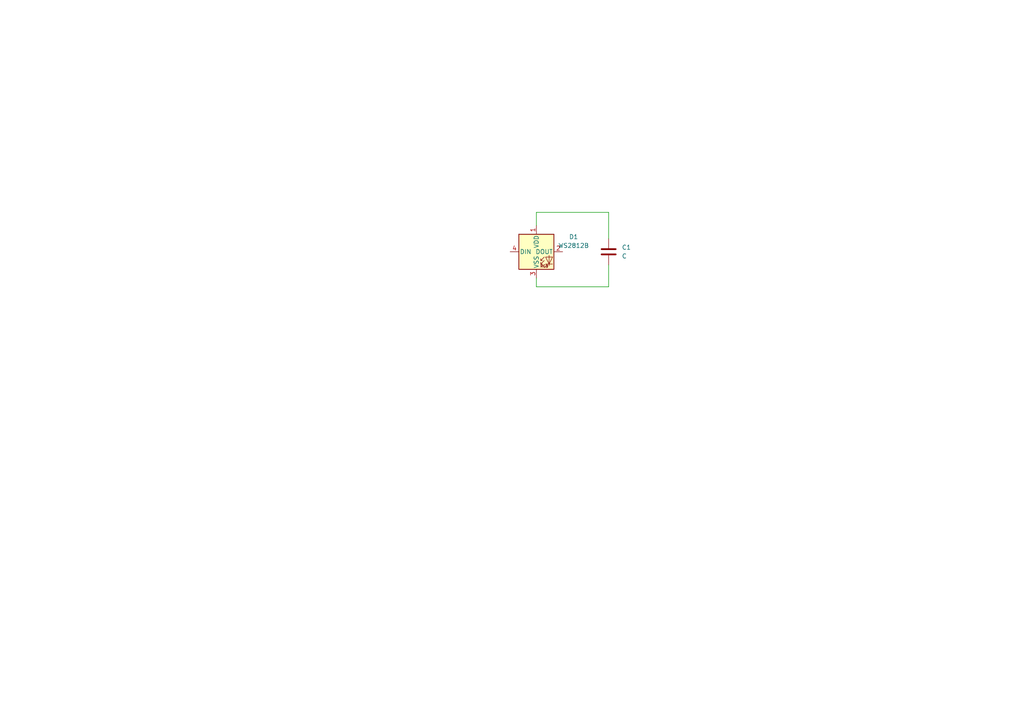
<source format=kicad_sch>
(kicad_sch (version 20211123) (generator eeschema)
  (paper "A4")
  (lib_symbols
    (symbol "Device:C" (pin_numbers hide) (pin_names (offset 0.254))
      (property "Reference" "C" (at 0.635 2.54 0))
      (property "Value" "C" (at 0.635 -2.54 0))
      (symbol "C_0_1"
        (polyline (pts (xy -2.032 -0.762) (xy 2.032 -0.762)) (stroke (width 0.508)))
        (polyline (pts (xy -2.032 0.762) (xy 2.032 0.762)) (stroke (width 0.508)))
      )
      (symbol "C_1_1"
        (pin passive line (at 0 3.81 270) (length 2.794) (name "~") (number "1"))
        (pin passive line (at 0 -3.81 90) (length 2.794) (name "~") (number "2"))
      )
    )
    (symbol "LED:WS2812B" (pin_names (offset 0.254))
      (property "Reference" "D" (at 5.08 5.715 0))
      (property "Value" "WS2812B" (at 1.27 -5.715 0))
      (symbol "WS2812B_0_0"
        (text "RGB" (at 2.286 -4.191 0) (effects (font (size 0.762 0.762))))
      )
      (symbol "WS2812B_0_1"
        (polyline (pts (xy 1.27 -3.556) (xy 1.778 -3.556)))
        (polyline (pts (xy 1.27 -2.54) (xy 1.778 -2.54)))
        (polyline (pts (xy 4.699 -3.556) (xy 2.667 -3.556)))
        (polyline (pts (xy 2.286 -2.54) (xy 1.27 -3.556) (xy 1.27 -3.048)))
        (polyline (pts (xy 2.286 -1.524) (xy 1.27 -2.54) (xy 1.27 -2.032)))
        (polyline (pts (xy 3.683 -1.016) (xy 3.683 -3.556) (xy 3.683 -4.064)))
        (polyline (pts (xy 4.699 -1.524) (xy 2.667 -1.524) (xy 3.683 -3.556) (xy 4.699 -1.524)))
        (rectangle (start 5.08 5.08) (end -5.08 -5.08) (stroke (width 0.254)) (fill (type background)))
      )
      (symbol "WS2812B_1_1"
        (pin power_in line (at 0 7.62 270) (length 2.54) (name "VDD") (number "1"))
        (pin output line (at 7.62 0 180) (length 2.54) (name "DOUT") (number "2"))
        (pin power_in line (at 0 -7.62 90) (length 2.54) (name "VSS") (number "3"))
        (pin input line (at -7.62 0 0) (length 2.54) (name "DIN") (number "4"))
      )
    )
  )
  (wire (pts (xy 155.575 65.405) (xy 155.575 61.595)))
  (wire (pts (xy 176.53 76.835) (xy 176.53 83.185)))
  (wire (pts (xy 176.53 83.185) (xy 155.575 83.185)))
  (wire (pts (xy 155.575 61.595) (xy 176.53 61.595)))
  (wire (pts (xy 155.575 83.185) (xy 155.575 80.645)))
  (wire (pts (xy 176.53 61.595) (xy 176.53 69.215)))
  (symbol (lib_id "Device:C") (at 176.53 73.025 0) (unit 1)
    (property "Reference" "C1" (at 180.34 71.7549 0) (effects (justify left)))
    (property "Value" "C" (at 180.34 74.2949 0) (effects (justify left)))
    (property "Footprint" "Capacitor_SMD:C_0603_1608Metric" (effects hide))
  )
  (symbol (lib_id "LED:WS2812B") (at 155.575 73.025 0) (unit 1)
    (property "Reference" "D1" (at 166.37 68.6943 0))
    (property "Value" "WS2812B" (at 166.37 71.2343 0))
    (property "Footprint" "LED_SMD:LED_WS2812B_PLCC4_5.0x5.0mm_P3.2mm" (effects hide))
    (property "Datasheet" "https://cdn-shop.adafruit.com/datasheets/WS2812B.pdf" (effects hide))
  )
)
</source>
